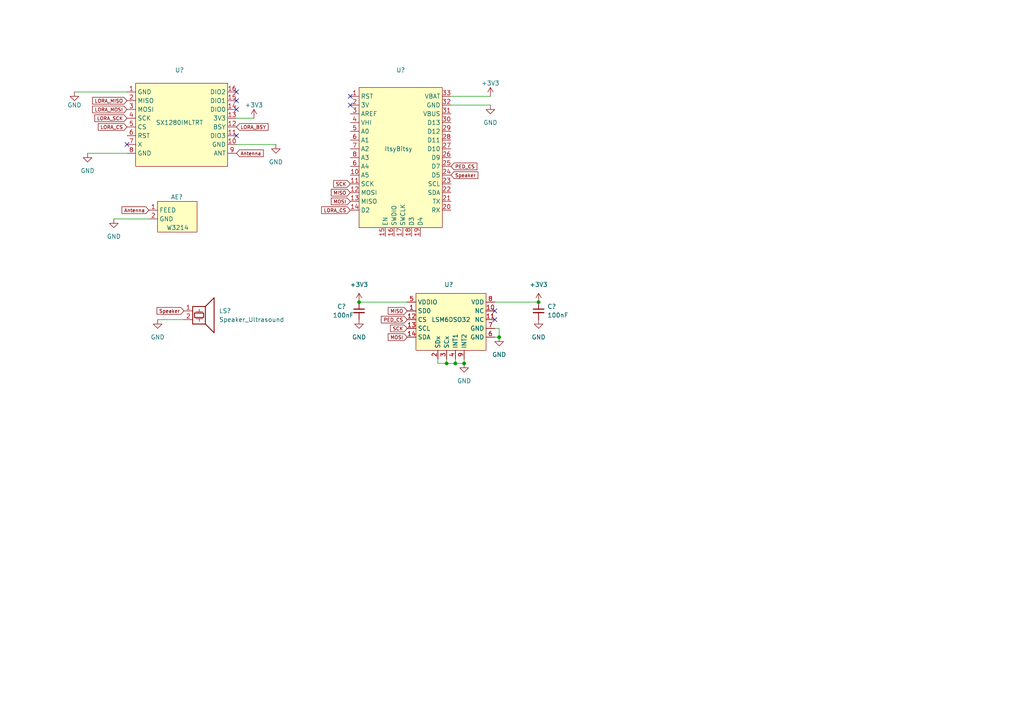
<source format=kicad_sch>
(kicad_sch (version 20211123) (generator eeschema)
  (paper "A4")
  (lib_symbols
    (symbol "Device:C_Small" (pin_numbers hide) (pin_names (offset 0.254) hide)
      (property "Reference" "C" (at 0.254 1.778 0))
      (property "Value" "C_Small" (at 0.254 -2.032 0))
      (symbol "C_Small_0_1"
        (polyline (pts (xy -1.524 -0.508) (xy 1.524 -0.508)) (stroke (width 0.3302)))
        (polyline (pts (xy -1.524 0.508) (xy 1.524 0.508)) (stroke (width 0.3048)))
      )
      (symbol "C_Small_1_1"
        (pin passive line (at 0 2.54 270) (length 2.032) (name "~") (number "1"))
        (pin passive line (at 0 -2.54 90) (length 2.032) (name "~") (number "2"))
      )
    )
    (symbol "Device:Speaker_Ultrasound" (pin_names (offset 0) hide)
      (property "Reference" "LS" (at 0.635 5.715 0))
      (property "Value" "Speaker_Ultrasound" (at 0.635 3.81 0))
      (symbol "Speaker_Ultrasound_0_0"
        (rectangle (start -2.54 1.27) (end 1.143 -3.81) (stroke (width 0.254)))
        (rectangle (start -2.032 -0.635) (end 0.635 -1.905) (stroke (width 0.254)))
        (polyline (pts (xy -1.651 -2.286) (xy 0.381 -2.286)))
        (polyline (pts (xy -1.651 -0.254) (xy 0.381 -0.254)))
        (polyline (pts (xy -0.635 -2.286) (xy -0.635 -3.048)))
        (polyline (pts (xy -0.635 -0.254) (xy -0.635 0.508)))
        (polyline (pts (xy 1.143 1.27) (xy 3.683 3.81) (xy 3.683 -6.35) (xy 1.143 -3.81)) (stroke (width 0.254)))
      )
      (symbol "Speaker_Ultrasound_1_1"
        (pin input line (at -5.08 0 0) (length 2.54) (name "1") (number "1"))
        (pin input line (at -5.08 -2.54 0) (length 2.54) (name "2") (number "2"))
      )
    )
    (symbol "DogTracker:ItsyBitsy"
      (property "Reference" "U" (at 1.27 10.16 0))
      (property "Value" "ItsyBitsy" (at 1.27 -8.89 0))
      (symbol "ItsyBitsy_0_1"
        (rectangle (start -10.16 8.89) (end 13.97 -31.75) (fill (type background)))
      )
      (symbol "ItsyBitsy_1_1"
        (pin input line (at -12.7 6.35 0) (length 2.54) (name "RST") (number "1"))
        (pin bidirectional line (at -12.7 -16.51 0) (length 2.54) (name "A5") (number "10"))
        (pin bidirectional line (at -12.7 -19.05 0) (length 2.54) (name "SCK") (number "11"))
        (pin bidirectional line (at -12.7 -21.59 0) (length 2.54) (name "MOSI") (number "12"))
        (pin bidirectional line (at -12.7 -24.13 0) (length 2.54) (name "MISO") (number "13"))
        (pin bidirectional line (at -12.7 -26.67 0) (length 2.54) (name "D2") (number "14"))
        (pin bidirectional line (at -2.54 -34.29 90) (length 2.54) (name "EN") (number "15"))
        (pin bidirectional line (at 0 -34.29 90) (length 2.54) (name "SWDIO") (number "16"))
        (pin bidirectional line (at 2.54 -34.29 90) (length 2.54) (name "SWCLK") (number "17"))
        (pin bidirectional line (at 5.08 -34.29 90) (length 2.54) (name "D3") (number "18"))
        (pin bidirectional line (at 7.62 -34.29 90) (length 2.54) (name "D4") (number "19"))
        (pin output line (at -12.7 3.81 0) (length 2.54) (name "3V") (number "2"))
        (pin bidirectional line (at 16.51 -26.67 180) (length 2.54) (name "RX") (number "20"))
        (pin bidirectional line (at 16.51 -24.13 180) (length 2.54) (name "TX") (number "21"))
        (pin bidirectional line (at 16.51 -21.59 180) (length 2.54) (name "SDA") (number "22"))
        (pin bidirectional line (at 16.51 -19.05 180) (length 2.54) (name "SCL") (number "23"))
        (pin bidirectional line (at 16.51 -16.51 180) (length 2.54) (name "D5") (number "24"))
        (pin bidirectional line (at 16.51 -13.97 180) (length 2.54) (name "D7") (number "25"))
        (pin bidirectional line (at 16.51 -11.43 180) (length 2.54) (name "D9") (number "26"))
        (pin bidirectional line (at 16.51 -8.89 180) (length 2.54) (name "D10") (number "27"))
        (pin bidirectional line (at 16.51 -6.35 180) (length 2.54) (name "D11") (number "28"))
        (pin bidirectional line (at 16.51 -3.81 180) (length 2.54) (name "D12") (number "29"))
        (pin output line (at -12.7 1.27 0) (length 2.54) (name "AREF") (number "3"))
        (pin bidirectional line (at 16.51 -1.27 180) (length 2.54) (name "D13") (number "30"))
        (pin bidirectional line (at 16.51 1.27 180) (length 2.54) (name "VBUS") (number "31"))
        (pin bidirectional line (at 16.51 3.81 180) (length 2.54) (name "GND") (number "32"))
        (pin bidirectional line (at 16.51 6.35 180) (length 2.54) (name "VBAT") (number "33"))
        (pin input line (at -12.7 -1.27 0) (length 2.54) (name "VHI") (number "4"))
        (pin bidirectional line (at -12.7 -3.81 0) (length 2.54) (name "A0") (number "5"))
        (pin bidirectional line (at -12.7 -6.35 0) (length 2.54) (name "A1") (number "6"))
        (pin bidirectional line (at -12.7 -13.97 0) (length 2.54) (name "A4") (number "6"))
        (pin bidirectional line (at -12.7 -8.89 0) (length 2.54) (name "A2") (number "7"))
        (pin bidirectional line (at -12.7 -11.43 0) (length 2.54) (name "A3") (number "8"))
      )
    )
    (symbol "DogTracker:LSM6DSO32"
      (property "Reference" "U?" (at -0.635 10.16 0))
      (property "Value" "LSM6DSO32" (at 0 0 0))
      (symbol "LSM6DSO32_0_1"
        (rectangle (start -10.16 7.62) (end 10.16 -8.89) (fill (type background)))
      )
      (symbol "LSM6DSO32_1_1"
        (pin input line (at -12.7 2.54 0) (length 2.54) (name "SD0") (number "1"))
        (pin input line (at 12.7 2.54 180) (length 2.54) (name "NC") (number "10"))
        (pin input line (at 12.7 0 180) (length 2.54) (name "NC") (number "11"))
        (pin input line (at -12.7 0 0) (length 2.54) (name "CS") (number "12"))
        (pin input line (at -12.7 -2.54 0) (length 2.54) (name "SCL") (number "13"))
        (pin input line (at -12.7 -5.08 0) (length 2.54) (name "SDA") (number "14"))
        (pin input line (at -3.81 -11.43 90) (length 2.54) (name "SDx") (number "2"))
        (pin input line (at -1.27 -11.43 90) (length 2.54) (name "SCx") (number "3"))
        (pin input line (at 1.27 -11.43 90) (length 2.54) (name "INT1") (number "4"))
        (pin input line (at -12.7 5.08 0) (length 2.54) (name "VDDIO") (number "5"))
        (pin input line (at 12.7 -5.08 180) (length 2.54) (name "GND") (number "6"))
        (pin input line (at 12.7 -2.54 180) (length 2.54) (name "GND") (number "7"))
        (pin input line (at 12.7 5.08 180) (length 2.54) (name "VDD") (number "8"))
        (pin input line (at 3.81 -11.43 90) (length 2.54) (name "INT2") (number "9"))
      )
    )
    (symbol "DogTracker:SX1280IMLTRT_Radio"
      (property "Reference" "U" (at 0 12.7 0))
      (property "Value" "SX1280IMLTRT_Radio" (at 1.27 -11.43 0))
      (symbol "SX1280IMLTRT_Radio_0_1"
        (rectangle (start -12.7 11.43) (end 13.97 -12.7) (fill (type background)))
      )
      (symbol "SX1280IMLTRT_Radio_1_1"
        (pin bidirectional line (at -15.24 8.89 0) (length 2.54) (name "GND") (number "1"))
        (pin bidirectional line (at 16.51 -6.35 180) (length 2.54) (name "GND") (number "10"))
        (pin bidirectional line (at 16.51 -3.81 180) (length 2.54) (name "DIO3") (number "11"))
        (pin bidirectional line (at 16.51 -1.27 180) (length 2.54) (name "BSY") (number "12"))
        (pin bidirectional line (at 16.51 1.27 180) (length 2.54) (name "3V3") (number "13"))
        (pin bidirectional line (at 16.51 3.81 180) (length 2.54) (name "DIO0") (number "14"))
        (pin bidirectional line (at 16.51 6.35 180) (length 2.54) (name "DIO1") (number "15"))
        (pin bidirectional line (at 16.51 8.89 180) (length 2.54) (name "DIO2") (number "16"))
        (pin bidirectional line (at -15.24 6.35 0) (length 2.54) (name "MISO") (number "2"))
        (pin bidirectional line (at -15.24 3.81 0) (length 2.54) (name "MOSI") (number "3"))
        (pin bidirectional line (at -15.24 1.27 0) (length 2.54) (name "SCK") (number "4"))
        (pin bidirectional line (at -15.24 -1.27 0) (length 2.54) (name "CS") (number "5"))
        (pin bidirectional line (at -15.24 -3.81 0) (length 2.54) (name "RST") (number "6"))
        (pin bidirectional line (at -15.24 -6.35 0) (length 2.54) (name "X") (number "7"))
        (pin bidirectional line (at -15.24 -8.89 0) (length 2.54) (name "GND") (number "8"))
        (pin bidirectional line (at 16.51 -8.89 180) (length 2.54) (name "ANT") (number "9"))
      )
    )
    (symbol "DogTracker:W3214"
      (property "Reference" "AE" (at 0 5.08 0))
      (property "Value" "W3214" (at 0 -3.81 0))
      (symbol "W3214_0_1"
        (rectangle (start -5.08 3.81) (end 6.35 -5.08) (fill (type background)))
      )
      (symbol "W3214_1_1"
        (pin bidirectional line (at -7.62 1.27 0) (length 2.54) (name "FEED") (number "1"))
        (pin bidirectional line (at -7.62 -1.27 0) (length 2.54) (name "GND") (number "2"))
      )
    )
    (symbol "power:+3V3" (power) (pin_names (offset 0))
      (property "Value" "+3V3" (at 0 3.556 0))
      (symbol "+3V3_0_1"
        (polyline (pts (xy -0.762 1.27) (xy 0 2.54)))
        (polyline (pts (xy 0 0) (xy 0 2.54)))
        (polyline (pts (xy 0 2.54) (xy 0.762 1.27)))
      )
      (symbol "+3V3_1_1"
        (pin power_in line (at 0 0 90) (length 0) hide (name "+3V3") (number "1"))
      )
    )
    (symbol "power:GND" (power) (pin_names (offset 0))
      (property "Value" "GND" (at 0 -3.81 0))
      (symbol "GND_0_1"
        (polyline (pts (xy 0 0) (xy 0 -1.27) (xy 1.27 -1.27) (xy 0 -2.54) (xy -1.27 -1.27) (xy 0 -1.27)))
      )
      (symbol "GND_1_1"
        (pin power_in line (at 0 0 270) (length 0) hide (name "GND") (number "1"))
      )
    )
  )
  (junction (at 134.62 105.41))
  (junction (at 129.54 105.41))
  (junction (at 104.14 87.63))
  (junction (at 156.21 87.63))
  (junction (at 144.78 97.79))
  (junction (at 132.08 105.41))
  (no_connect (at 143.51 90.17))
  (no_connect (at 143.51 92.71))
  (no_connect (at 68.58 39.37))
  (no_connect (at 68.58 26.67))
  (no_connect (at 68.58 29.21))
  (no_connect (at 68.58 31.75))
  (no_connect (at 36.83 41.91))
  (no_connect (at 101.6 30.48))
  (no_connect (at 101.6 27.94))
  (wire (pts (xy 132.08 105.41) (xy 134.62 105.41)))
  (wire (pts (xy 25.4 44.45) (xy 36.83 44.45)))
  (wire (pts (xy 104.14 87.63) (xy 118.11 87.63)))
  (wire (pts (xy 143.51 95.25) (xy 144.78 95.25)))
  (wire (pts (xy 130.81 27.94) (xy 142.24 27.94)))
  (wire (pts (xy 129.54 104.14) (xy 129.54 105.41)))
  (wire (pts (xy 68.58 34.29) (xy 73.66 34.29)))
  (wire (pts (xy 144.78 95.25) (xy 144.78 97.79)))
  (wire (pts (xy 127 104.14) (xy 127 105.41)))
  (wire (pts (xy 132.08 104.14) (xy 132.08 105.41)))
  (wire (pts (xy 127 105.41) (xy 129.54 105.41)))
  (wire (pts (xy 45.72 92.71) (xy 53.34 92.71)))
  (wire (pts (xy 33.02 63.5) (xy 43.18 63.5)))
  (wire (pts (xy 143.51 87.63) (xy 156.21 87.63)))
  (wire (pts (xy 21.59 26.67) (xy 36.83 26.67)))
  (wire (pts (xy 134.62 104.14) (xy 134.62 105.41)))
  (wire (pts (xy 68.58 41.91) (xy 80.01 41.91)))
  (wire (pts (xy 130.81 30.48) (xy 142.24 30.48)))
  (wire (pts (xy 129.54 105.41) (xy 132.08 105.41)))
  (wire (pts (xy 143.51 97.79) (xy 144.78 97.79)))
  (global_label "LORA_MISO" (shape input) (at 36.83 29.21 180) (effects (font (size 1 1))) (property "Intersheet References" "${INTERSHEET_REFS}" (effects hide)))
  (global_label "SCK" (shape input) (at 101.6 53.34 180) (effects (font (size 1 1))) (property "Intersheet References" "${INTERSHEET_REFS}" (effects hide)))
  (global_label "MISO" (shape input) (at 118.11 90.17 180) (effects (font (size 1 1))) (property "Intersheet References" "${INTERSHEET_REFS}" (effects hide)))
  (global_label "Speaker" (shape input) (at 130.81 50.8 0) (effects (font (size 1 1))) (property "Intersheet References" "${INTERSHEET_REFS}" (effects hide)))
  (global_label "Antenna" (shape input) (at 43.18 60.96 180) (effects (font (size 1 1))) (property "Intersheet References" "${INTERSHEET_REFS}" (effects hide)))
  (global_label "LORA_CS" (shape input) (at 36.83 36.83 180) (effects (font (size 1 1))) (property "Intersheet References" "${INTERSHEET_REFS}" (effects hide)))
  (global_label "MISO" (shape input) (at 101.6 55.88 180) (effects (font (size 1 1))) (property "Intersheet References" "${INTERSHEET_REFS}" (effects hide)))
  (global_label "MOSI" (shape input) (at 118.11 97.79 180) (effects (font (size 1 1))) (property "Intersheet References" "${INTERSHEET_REFS}" (effects hide)))
  (global_label "LORA_MOSI" (shape input) (at 36.83 31.75 180) (effects (font (size 1 1))) (property "Intersheet References" "${INTERSHEET_REFS}" (effects hide)))
  (global_label "MOSI" (shape input) (at 101.6 58.42 180) (effects (font (size 1 1))) (property "Intersheet References" "${INTERSHEET_REFS}" (effects hide)))
  (global_label "SCK" (shape input) (at 118.11 95.25 180) (effects (font (size 1 1))) (property "Intersheet References" "${INTERSHEET_REFS}" (effects hide)))
  (global_label "LORA_BSY" (shape input) (at 68.58 36.83 0) (effects (font (size 1 1))) (property "Intersheet References" "${INTERSHEET_REFS}" (effects hide)))
  (global_label "Speaker" (shape input) (at 53.34 90.17 180) (effects (font (size 1 1))) (property "Intersheet References" "${INTERSHEET_REFS}" (effects hide)))
  (global_label "LORA_CS" (shape input) (at 101.6 60.96 180) (effects (font (size 1 1))) (property "Intersheet References" "${INTERSHEET_REFS}" (effects hide)))
  (global_label "PED_CS" (shape input) (at 130.81 48.26 0) (effects (font (size 1 1))) (property "Intersheet References" "${INTERSHEET_REFS}" (effects hide)))
  (global_label "LORA_SCK" (shape input) (at 36.83 34.29 180) (effects (font (size 1 1))) (property "Intersheet References" "${INTERSHEET_REFS}" (effects hide)))
  (global_label "PED_CS" (shape input) (at 118.11 92.71 180) (effects (font (size 1 1))) (property "Intersheet References" "${INTERSHEET_REFS}" (effects hide)))
  (global_label "Antenna" (shape input) (at 68.58 44.45 0) (effects (font (size 1 1))) (property "Intersheet References" "${INTERSHEET_REFS}" (effects hide)))
  (symbol (lib_id "power:GND") (at 21.59 26.67 0) (unit 1)
    (property "Reference" "#PWR?" (effects hide))
    (property "Value" "GND" (at 21.59 30.48 0))
  )
  (symbol (lib_id "power:+3V3") (at 156.21 87.63 0) (unit 1)
    (property "Reference" "#PWR?" (effects hide))
    (property "Value" "+3V3" (at 156.21 82.55 0))
  )
  (symbol (lib_id "power:GND") (at 25.4 44.45 0) (unit 1)
    (property "Reference" "#PWR?" (effects hide))
    (property "Value" "GND" (at 25.4 49.53 0))
  )
  (symbol (lib_id "power:GND") (at 104.14 92.71 0) (unit 1)
    (property "Reference" "#PWR?" (effects hide))
    (property "Value" "GND" (at 104.14 97.79 0))
  )
  (symbol (lib_id "Device:C_Small") (at 156.21 90.17 0) (unit 1)
    (property "Reference" "C?" (at 158.75 88.9062 0) (effects (justify left)))
    (property "Value" "100nF" (at 158.75 91.4462 0) (effects (justify left)))
  )
  (symbol (lib_id "power:GND") (at 142.24 30.48 0) (unit 1)
    (property "Reference" "#PWR?" (effects hide))
    (property "Value" "GND" (at 142.24 35.56 0))
  )
  (symbol (lib_id "Device:Speaker_Ultrasound") (at 58.42 90.17 0) (unit 1)
    (property "Reference" "LS?" (at 63.5 90.1699 0) (effects (justify left)))
    (property "Value" "Speaker_Ultrasound" (at 63.5 92.7099 0) (effects (justify left)))
  )
  (symbol (lib_id "DogTracker:ItsyBitsy") (at 114.3 34.29 0) (unit 1)
    (property "Reference" "U?" (at 116.205 20.32 0))
    (property "Value" "ItsyBitsy" (at 115.57 43.18 0))
  )
  (symbol (lib_id "DogTracker:SX1280IMLTRT_Radio") (at 52.07 35.56 0) (unit 1)
    (property "Reference" "U?" (at 52.07 20.32 0))
    (property "Value" "SX1280IMLTRT" (at 52.07 35.56 0))
  )
  (symbol (lib_id "power:GND") (at 156.21 92.71 0) (unit 1)
    (property "Reference" "#PWR?" (effects hide))
    (property "Value" "GND" (at 156.21 97.79 0))
  )
  (symbol (lib_id "power:+3V3") (at 73.66 34.29 0) (unit 1)
    (property "Reference" "#PWR?" (effects hide))
    (property "Value" "+3V3" (at 73.66 30.48 0))
  )
  (symbol (lib_id "DogTracker:W3214") (at 50.8 62.23 0) (unit 1)
    (property "Reference" "AE?" (at 49.53 57.15 0) (effects (justify left)))
    (property "Value" "W3214" (at 48.26 66.04 0) (effects (justify left)))
  )
  (symbol (lib_id "power:GND") (at 80.01 41.91 0) (unit 1)
    (property "Reference" "#PWR?" (effects hide))
    (property "Value" "GND" (at 80.01 46.99 0))
  )
  (symbol (lib_id "power:GND") (at 144.78 97.79 0) (unit 1)
    (property "Reference" "#PWR?" (effects hide))
    (property "Value" "GND" (at 144.78 102.87 0))
  )
  (symbol (lib_id "power:GND") (at 45.72 92.71 0) (unit 1)
    (property "Reference" "#PWR?" (effects hide))
    (property "Value" "GND" (at 45.72 97.79 0))
  )
  (symbol (lib_id "power:GND") (at 134.62 105.41 0) (unit 1)
    (property "Reference" "#PWR?" (effects hide))
    (property "Value" "GND" (at 134.62 110.49 0))
  )
  (symbol (lib_id "Device:C_Small") (at 104.14 90.17 0) (unit 1)
    (property "Reference" "C?" (at 97.79 88.9 0) (effects (justify left)))
    (property "Value" "100nF" (at 96.52 91.44 0) (effects (justify left)))
  )
  (symbol (lib_id "power:+3V3") (at 104.14 87.63 0) (unit 1)
    (property "Reference" "#PWR?" (effects hide))
    (property "Value" "+3V3" (at 104.14 82.55 0))
  )
  (symbol (lib_id "power:GND") (at 33.02 63.5 0) (unit 1)
    (property "Reference" "#PWR?" (effects hide))
    (property "Value" "GND" (at 33.02 68.58 0))
  )
  (symbol (lib_id "power:+3V3") (at 142.24 27.94 0) (unit 1)
    (property "Reference" "#PWR?" (effects hide))
    (property "Value" "+3V3" (at 142.24 24.13 0))
  )
  (symbol (lib_id "DogTracker:LSM6DSO32") (at 130.81 92.71 0) (unit 1)
    (property "Reference" "U?" (at 130.175 82.55 0))
    (property "Value" "LSM6DSO32" (at 130.81 92.71 0))
  )
)
</source>
